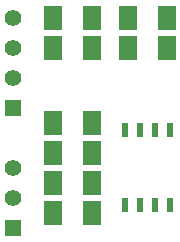
<source format=gts>
G04 (created by PCBNEW (2013-07-07 BZR 4022)-stable) date 9/22/2014 1:32:09 PM*
%MOIN*%
G04 Gerber Fmt 3.4, Leading zero omitted, Abs format*
%FSLAX34Y34*%
G01*
G70*
G90*
G04 APERTURE LIST*
%ADD10C,0.00590551*%
%ADD11R,0.02X0.045*%
%ADD12R,0.06X0.08*%
%ADD13R,0.055X0.055*%
%ADD14C,0.055*%
G04 APERTURE END LIST*
G54D10*
G54D11*
X12550Y-11050D03*
X13050Y-11050D03*
X13550Y-11050D03*
X14050Y-11050D03*
X14050Y-13550D03*
X13550Y-13550D03*
X13050Y-13550D03*
X12550Y-13550D03*
G54D12*
X10150Y-12800D03*
X11450Y-12800D03*
X10150Y-11800D03*
X11450Y-11800D03*
X11450Y-10800D03*
X10150Y-10800D03*
X10150Y-13800D03*
X11450Y-13800D03*
X13950Y-8300D03*
X12650Y-8300D03*
X11450Y-7300D03*
X10150Y-7300D03*
X12650Y-7300D03*
X13950Y-7300D03*
X11450Y-8300D03*
X10150Y-8300D03*
G54D13*
X8800Y-10300D03*
G54D14*
X8800Y-9300D03*
X8800Y-8300D03*
X8800Y-7300D03*
G54D13*
X8800Y-14300D03*
G54D14*
X8800Y-13300D03*
X8800Y-12300D03*
M02*

</source>
